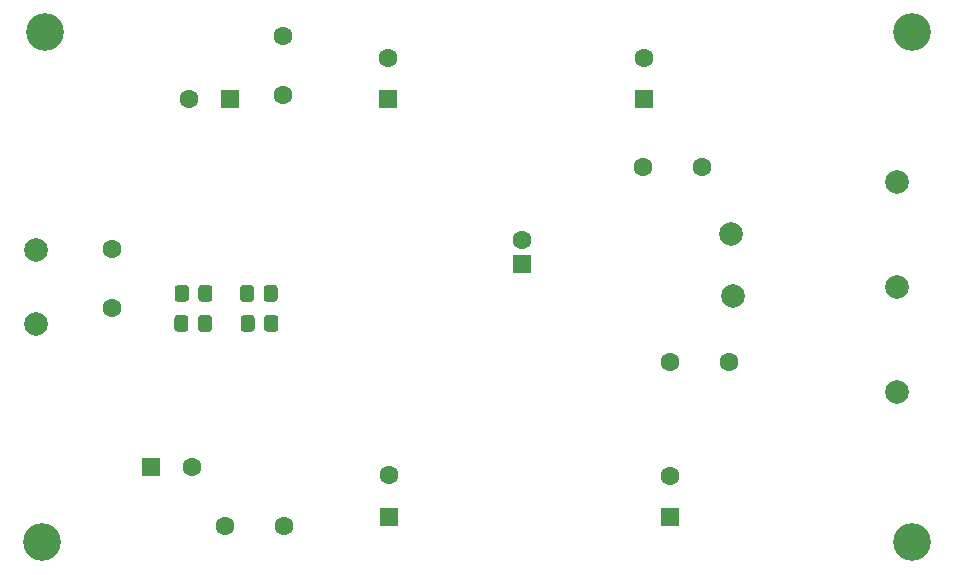
<source format=gbr>
G04 #@! TF.GenerationSoftware,KiCad,Pcbnew,(5.1.9-0-10_14)*
G04 #@! TF.CreationDate,2021-01-13T20:52:38+01:00*
G04 #@! TF.ProjectId,pre-amp-discret,7072652d-616d-4702-9d64-697363726574,rev?*
G04 #@! TF.SameCoordinates,Original*
G04 #@! TF.FileFunction,Soldermask,Bot*
G04 #@! TF.FilePolarity,Negative*
%FSLAX46Y46*%
G04 Gerber Fmt 4.6, Leading zero omitted, Abs format (unit mm)*
G04 Created by KiCad (PCBNEW (5.1.9-0-10_14)) date 2021-01-13 20:52:38*
%MOMM*%
%LPD*%
G01*
G04 APERTURE LIST*
%ADD10C,1.600000*%
%ADD11R,1.600000X1.600000*%
%ADD12C,2.000000*%
%ADD13C,3.200000*%
G04 APERTURE END LIST*
G36*
G01*
X138420400Y-124517999D02*
X138420400Y-125418001D01*
G75*
G02*
X138170401Y-125668000I-249999J0D01*
G01*
X137470399Y-125668000D01*
G75*
G02*
X137220400Y-125418001I0J249999D01*
G01*
X137220400Y-124517999D01*
G75*
G02*
X137470399Y-124268000I249999J0D01*
G01*
X138170401Y-124268000D01*
G75*
G02*
X138420400Y-124517999I0J-249999D01*
G01*
G37*
G36*
G01*
X140420400Y-124517999D02*
X140420400Y-125418001D01*
G75*
G02*
X140170401Y-125668000I-249999J0D01*
G01*
X139470399Y-125668000D01*
G75*
G02*
X139220400Y-125418001I0J249999D01*
G01*
X139220400Y-124517999D01*
G75*
G02*
X139470399Y-124268000I249999J0D01*
G01*
X140170401Y-124268000D01*
G75*
G02*
X140420400Y-124517999I0J-249999D01*
G01*
G37*
G36*
G01*
X139252400Y-122878001D02*
X139252400Y-121977999D01*
G75*
G02*
X139502399Y-121728000I249999J0D01*
G01*
X140202401Y-121728000D01*
G75*
G02*
X140452400Y-121977999I0J-249999D01*
G01*
X140452400Y-122878001D01*
G75*
G02*
X140202401Y-123128000I-249999J0D01*
G01*
X139502399Y-123128000D01*
G75*
G02*
X139252400Y-122878001I0J249999D01*
G01*
G37*
G36*
G01*
X137252400Y-122878001D02*
X137252400Y-121977999D01*
G75*
G02*
X137502399Y-121728000I249999J0D01*
G01*
X138202401Y-121728000D01*
G75*
G02*
X138452400Y-121977999I0J-249999D01*
G01*
X138452400Y-122878001D01*
G75*
G02*
X138202401Y-123128000I-249999J0D01*
G01*
X137502399Y-123128000D01*
G75*
G02*
X137252400Y-122878001I0J249999D01*
G01*
G37*
D10*
X131978400Y-118698000D03*
X131978400Y-123698000D03*
X176961800Y-102481500D03*
D11*
X176961800Y-105981500D03*
D10*
X155422600Y-137845800D03*
D11*
X155422600Y-141345800D03*
D10*
X155346400Y-102506900D03*
D11*
X155346400Y-106006900D03*
D10*
X166624000Y-117938800D03*
D11*
X166624000Y-119938800D03*
G36*
G01*
X143973600Y-121977999D02*
X143973600Y-122878001D01*
G75*
G02*
X143723601Y-123128000I-249999J0D01*
G01*
X143023599Y-123128000D01*
G75*
G02*
X142773600Y-122878001I0J249999D01*
G01*
X142773600Y-121977999D01*
G75*
G02*
X143023599Y-121728000I249999J0D01*
G01*
X143723601Y-121728000D01*
G75*
G02*
X143973600Y-121977999I0J-249999D01*
G01*
G37*
G36*
G01*
X145973600Y-121977999D02*
X145973600Y-122878001D01*
G75*
G02*
X145723601Y-123128000I-249999J0D01*
G01*
X145023599Y-123128000D01*
G75*
G02*
X144773600Y-122878001I0J249999D01*
G01*
X144773600Y-121977999D01*
G75*
G02*
X145023599Y-121728000I249999J0D01*
G01*
X145723601Y-121728000D01*
G75*
G02*
X145973600Y-121977999I0J-249999D01*
G01*
G37*
D10*
X138734800Y-137121900D03*
D11*
X135234800Y-137121900D03*
D10*
X138422500Y-105981500D03*
D11*
X141922500Y-105981500D03*
D10*
X179171600Y-137901800D03*
D11*
X179171600Y-141401800D03*
D10*
X141494500Y-142125700D03*
X146494500Y-142125700D03*
X146456400Y-105634800D03*
X146456400Y-100634800D03*
X184184300Y-128206500D03*
X179184300Y-128206500D03*
X176923700Y-111696500D03*
X181923700Y-111696500D03*
D12*
X184327800Y-117398800D03*
X184492900Y-122618500D03*
X198374000Y-121920000D03*
X125476000Y-118719600D03*
X198374000Y-130810000D03*
X125476000Y-125018800D03*
X198374000Y-113030000D03*
G36*
G01*
X144824400Y-125418001D02*
X144824400Y-124517999D01*
G75*
G02*
X145074399Y-124268000I249999J0D01*
G01*
X145774401Y-124268000D01*
G75*
G02*
X146024400Y-124517999I0J-249999D01*
G01*
X146024400Y-125418001D01*
G75*
G02*
X145774401Y-125668000I-249999J0D01*
G01*
X145074399Y-125668000D01*
G75*
G02*
X144824400Y-125418001I0J249999D01*
G01*
G37*
G36*
G01*
X142824400Y-125418001D02*
X142824400Y-124517999D01*
G75*
G02*
X143074399Y-124268000I249999J0D01*
G01*
X143774401Y-124268000D01*
G75*
G02*
X144024400Y-124517999I0J-249999D01*
G01*
X144024400Y-125418001D01*
G75*
G02*
X143774401Y-125668000I-249999J0D01*
G01*
X143074399Y-125668000D01*
G75*
G02*
X142824400Y-125418001I0J249999D01*
G01*
G37*
D13*
X126238000Y-100330000D03*
X125984000Y-143510000D03*
X199644000Y-143510000D03*
X199644000Y-100330000D03*
M02*

</source>
